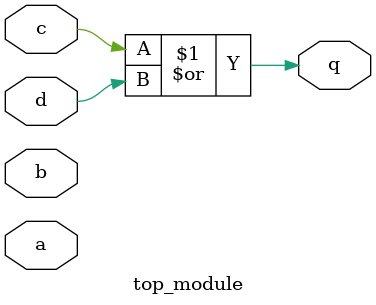
<source format=sv>
module top_module (
	input a, 
	input b, 
	input c, 
	input d,
	output q
);

	// Assign output q based on inputs c and d
	assign q = c | d;

endmodule

</source>
